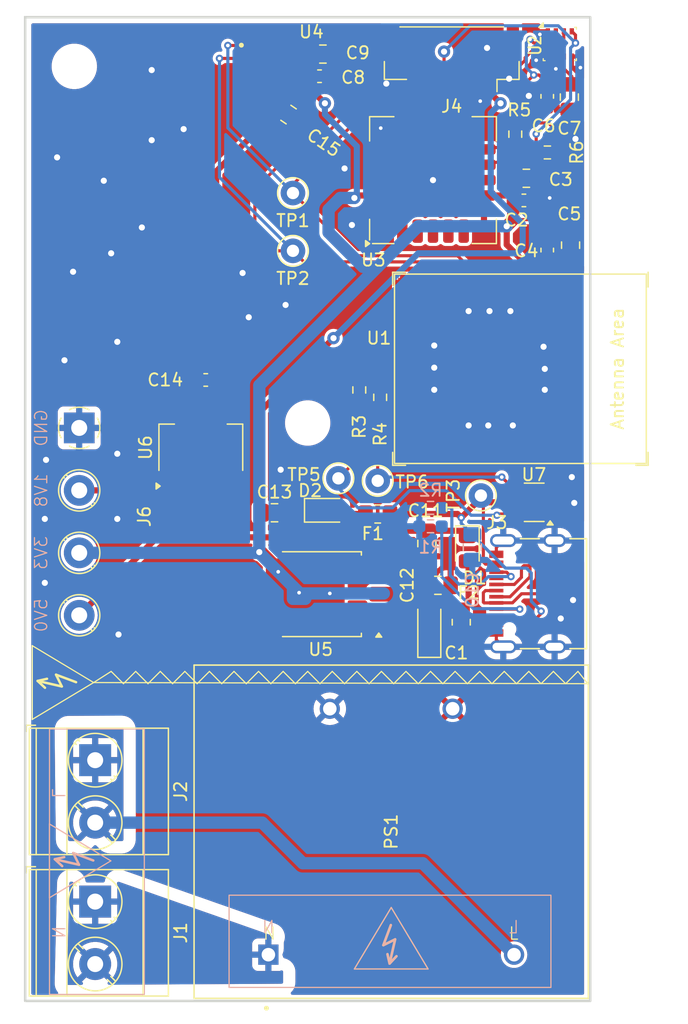
<source format=kicad_pcb>
(kicad_pcb (version 20240108) (generator "pcbnew") (generator_version "8.0")
  (title_block (title "Environmental Sensing Module") (date "2025-02-09") (rev "A") (company "Theofil Eriksson Petrovski"))
  (layers (0 "F.Cu" signal) (31 "B.Cu" signal) (34 "B.Paste" user) (35 "F.Paste" user) (36 "B.SilkS" user "B.Silkscreen") (37 "F.SilkS" user "F.Silkscreen") (38 "B.Mask" user) (39 "F.Mask" user) (44 "Edge.Cuts" user))
  (net 0 "")
  (net 1 "AC_N")
  (net 2 "AC_L")
  (net 4 "Net-(R3-Pad1)")
  (net 5 "Net-(R4-Pad1)")
  (net 36 "+3V3")
  (net 37 "GND")
  (net 38 "Net-(J3-CC1)")
  (net 39 "Net-(J3-CC2)")
  (net 40 "Net-(J3-DN1)")
  (net 41 "/USB_D-")
  (net 42 "/USB_D+")
  (net 43 "Net-(J3-DP1)")
  (net 44 "/SCL")
  (net 45 "/SDA")
  (net 48 "VBUS")
  (net 55 "VSUPPLY")
  (net 56 "+5V")
  (net 57 "+1V8")
  (net 58 "/Fuse_VSUPPLY")
  (net 59 "/Fuse_VBUS")
  (net 61 "Net-(J4-Pin_6)")
  (footprint "Package_TO_SOT_SMD:SOT-223-3_TabPin2" (layer "F.Cu") (at 134.3 115 90)
    (property "Reference" "U6")
    (property "Value" "1V8 Reg")
  )
  (footprint "Connector_Pin:Pin_D1.0mm_L10.0mm" (layer "F.Cu") (at 141.8 94.3)
    (property "Reference" "TP1")
    (property "Value" "~")
  )
  (footprint "Package_TO_SOT_SMD:TO-252-3_TabPin2" (layer "F.Cu") (at 144.06 126.92 180)
    (property "Reference" "U5")
    (property "Value" "3V3 Reg")
  )
  (footprint "Resistor_SMD:R_0805_2012Metric_Pad1.20x1.40mm_HandSolder" (layer "F.Cu") (at 155.5 129.2 90)
    (property "Reference" "F2")
    (property "Value" "Polyfuse")
  )
  (footprint "Resistor_SMD:R_0603_1608Metric_Pad0.98x0.95mm_HandSolder" (layer "F.Cu") (at 147.2 110.3125 90)
    (property "Reference" "R3")
    (property "Value" "22Ω")
  )
  (footprint "Connector_JST:JST_GH_SM06B-GHS-TB_1x06-1MP_P1.25mm_Horizontal" (layer "F.Cu") (at 154.725 83.35 180)
    (property "Reference" "J4")
    (property "Value" "SM06B-GHS-TB")
  )
  (footprint "Connector_Pin:Pin_D1.0mm_L10.0mm" (layer "F.Cu") (at 141.8 99)
    (property "Reference" "TP2")
    (property "Value" "~")
  )
  (footprint "TerminalBlock_Phoenix:TerminalBlock_Phoenix_MKDS-3-2-5.08_1x02_P5.08mm_Horizontal" (layer "F.Cu") (at 125.7 151.92 -90)
    (property "Reference" "J1")
    (property "Value" "Screw_Terminal")
  )
  (footprint "Resistor_SMD:R_0603_1608Metric_Pad0.98x0.95mm_HandSolder" (layer "F.Cu") (at 148.9 110.9125 90)
    (property "Reference" "R4")
    (property "Value" "22Ω")
  )
  (footprint "Capacitor_Tantalum_SMD:CP_EIA-3216-12_Kemet-S" (layer "F.Cu") (at 152.9 129.75 90)
    (property "Reference" "C1")
    (property "Value" "100µF")
  )
  (footprint "Capacitor_SMD:C_0805_2012Metric_Pad1.18x1.45mm_HandSolder" (layer "F.Cu") (at 141.439873 87.919838 -34)
    (property "Reference" "C15")
    (property "Value" "10µF")
  )
  (footprint "Capacitor_SMD:C_0603_1608Metric_Pad1.08x0.95mm_HandSolder" (layer "F.Cu") (at 134.7 109.5 180)
    (property "Reference" "C14")
    (property "Value" "0.1µF")
  )
  (footprint "TerminalBlock_MetzConnect:TerminalBlock_MetzConnect_Type101_RT01604HBWC_1x04_P5.08mm_Horizontal" (layer "F.Cu") (at 124.4 113.4 -90)
    (property "Reference" "J6")
    (property "Value" "Screw_Terminal_01x04")
  )
  (footprint "Resistor_SMD:R_0805_2012Metric_Pad1.20x1.40mm_HandSolder" (layer "F.Cu") (at 148.7 120.4 180)
    (property "Reference" "F1")
    (property "Value" "Polyfuse")
  )
  (footprint "Capacitor_SMD:C_0805_2012Metric_Pad1.18x1.45mm_HandSolder" (layer "F.Cu") (at 164.4 98.5375 90)
    (property "Reference" "C5")
    (property "Value" "10µF")
  )
  (footprint "Diode_SMD:D_0805_2012Metric_Pad1.15x1.40mm_HandSolder" (layer "F.Cu") (at 156 123.225 -90)
    (property "Reference" "D1")
    (property "Value" "~")
  )
  (footprint "Diode_SMD:D_0805_2012Metric_Pad1.15x1.40mm_HandSolder" (layer "F.Cu") (at 144.6 120.1)
    (property "Reference" "D2")
    (property "Value" "~")
  )
  (footprint "TerminalBlock_Phoenix:TerminalBlock_Phoenix_MKDS-3-2-5.08_1x02_P5.08mm_Horizontal" (layer "F.Cu") (at 125.7 140.42 -90)
    (property "Reference" "J2")
    (property "Value" "Screw_Terminal" (hide yes))
  )
  (footprint "Resistor_SMD:R_0603_1608Metric_Pad0.98x0.95mm_HandSolder" (layer "F.Cu") (at 162.5125 91 180)
    (property "Reference" "R6")
    (property "Value" "4.7kΩ")
  )
  (footprint "USBC_2 Amphenol 10155435-00011LF:AMPHENOL_10155435-00011LF" (layer "F.Cu") (at 163.1 126.88 90)
    (property "Reference" "J3")
    (property "Value" "USB-C Conn")
  )
  (footprint "PCM_Espressif:ESP32-S3-MINI-1" (layer "F.Cu") (at 157.765024 108.590956 -90)
    (property "Reference" "U1")
    (property "Value" "ESP32-S3-MINI-1")
  )
  (footprint "Capacitor_SMD:C_0805_2012Metric_Pad1.18x1.45mm_HandSolder" (layer "F.Cu") (at 153.6 126.2)
    (property "Reference" "C12")
    (property "Value" "1µF")
  )
  (footprint "Library_Theo:SEN54" (layer "F.Cu") (at 120 80)
    (property "Reference" "REF**" (hide yes))
    (property "Value" "SEN54" (hide yes))
  )
  (footprint "Capacitor_SMD:C_0805_2012Metric_Pad1.18x1.45mm_HandSolder" (layer "F.Cu") (at 152.7 122.8 -90)
    (property "Reference" "C11")
    (property "Value" "10µF")
  )
  (footprint "Connector_Pin:Pin_D1.0mm_L10.0mm" (layer "F.Cu") (at 145.5 117.5 90)
    (property "Reference" "TP5")
    (property "Value" "~")
  )
  (footprint "Resistor_SMD:R_0603_1608Metric_Pad0.98x0.95mm_HandSolder" (layer "F.Cu") (at 159.9 89.5125 -90)
    (property "Reference" "R5")
    (property "Value" "4.7kΩ")
  )
  (footprint "MountingHole:MountingHole_3.2mm_M3" (layer "F.Cu") (at 143 113)
    (property "Reference" "MH2" (hide yes))
    (property "Value" "MountingHole")
  )
  (footprint "Capacitor_SMD:C_0805_2012Metric_Pad1.18x1.45mm_HandSolder" (layer "F.Cu") (at 144.2375 83)
    (property "Reference" "C9")
    (property "Value" "1µF")
  )
  (footprint "Capacitor_SMD:C_0603_1608Metric_Pad1.08x0.95mm_HandSolder" (layer "F.Cu") (at 143.9625 84.8)
    (property "Reference" "C8")
    (property "Value" "0.1µF")
  )
  (footprint "Capacitor_SMD:C_0603_1608Metric_Pad1.08x0.95mm_HandSolder" (layer "F.Cu") (at 162.5 86.4375 -90)
    (property "Reference" "C6")
    (property "Value" "0.1µF")
  )
  (footprint "Connector_Pin:Pin_D1.0mm_L10.0mm" (layer "F.Cu") (at 157.1 118.9 -90)
    (property "Reference" "TP3")
    (property "Value" "~")
  )
  (footprint "Capacitor_SMD:C_0603_1608Metric_Pad1.08x0.95mm_HandSolder" (layer "F.Cu") (at 160.6 94.9)
    (property "Reference" "C2")
    (property "Value" "0.1µF")
  )
  (footprint "Package_TO_SOT_SMD:SOT-23-6" (layer "F.Cu") (at 161.4375 119.45 180)
    (property "Reference" "U7")
    (property "Value" "ESD Suppresion")
  )
  (footprint "RAC05E_05SKT:CONV_RAC05E-05SKT" (layer "F.Cu") (at 149.8 146.237 90)
    (property "Reference" "PS1")
    (property "Value" "RAC05E-05SKT")
  )
  (footprint "Package_LGA:Bosch_LGA-8_2.5x2.5mm_P0.65mm_ClockwisePinNumbering" (layer "F.Cu") (at 163.525 82.175)
    (property "Reference" "U2")
    (property "Value" "BME280")
  )
  (footprint "Capacitor_SMD:C_0805_2012Metric_Pad1.18x1.45mm_HandSolder" (layer "F.Cu") (at 140.3 120.3)
    (property "Reference" "C13")
    (property "Value" "1µF")
  )
  (footprint "Sensor:Sensirion_SCD4x-1EP_10.1x10.1mm_P1.25mm_EP4.8x4.8mm" (layer "F.Cu") (at 153.2 93.25 90)
    (property "Reference" "U3")
    (property "Value" "SCD41-D-R2")
  )
  (footprint "Connector_Pin:Pin_D1.0mm_L10.0mm" (layer "F.Cu") (at 148.7 117.7)
    (property "Reference" "TP6")
    (property "Value" "~")
  )
  (footprint "Capacitor_SMD:C_0603_1608Metric_Pad1.08x0.95mm_HandSolder" (layer "F.Cu") (at 162.5 98.9375 90)
    (property "Reference" "C4")
    (property "Value" "0.1µF")
  )
  (footprint "MountingHole:MountingHole_3.2mm_M3" (layer "F.Cu") (at 124 84)
    (property "Reference" "MH1" (hide yes))
    (property "Value" "MountingHole")
  )
  (footprint "Capacitor_SMD:C_0805_2012Metric_Pad1.18x1.45mm_HandSolder" (layer "F.Cu") (at 160.8 93.1)
    (property "Reference" "C3")
    (property "Value" "1µF")
  )
  (footprint "ENS160_BGLM:XDCR_ENS160-BGLM" (layer "F.Cu") (at 139.75 83.35)
    (property "Reference" "U4")
    (property "Value" "ENS160-BGLM")
  )
  (footprint "Capacitor_SMD:C_0805_2012Metric_Pad1.18x1.45mm_HandSolder" (layer "F.Cu") (at 164.3 86.5 -90)
    (property "Reference" "C7")
    (property "Value" "1µF")
  )
  (footprint "Capacitor_SMD:C_0805_2012Metric_Pad1.18x1.45mm_HandSolder" (layer "B.Cu") (at 156.4 123.1 -90)
    (property "Reference" "C10")
    (property "Value" "1µF")
  )
  (footprint "Resistor_SMD:R_0603_1608Metric_Pad0.98x0.95mm_HandSolder" (layer "B.Cu") (at 153 119.9 180)
    (property "Reference" "R2")
    (property "Value" "5.1kΩ")
  )
  (footprint "Resistor_SMD:R_0603_1608Metric_Pad0.98x0.95mm_HandSolder" (layer "B.Cu") (at 153 121.4 180)
    (property "Reference" "R1")
    (property "Value" "5.1kΩ")
  )
  (gr_line (start 122.414949 148.474574) (end 123.180258 148.300296) (stroke (width 0.2)) (layer "B.SilkS"))
  (gr_line (start 123.911469 147.966894) (end 124.385051 148.925425) (stroke (width 0.2)) (layer "B.SilkS"))
  (gr_line (start 124.385051 148.925425) (end 122.414949 148.474574) (stroke (width 0.2)) (layer "B.SilkS"))
  (gr_line (start 126.97567 148.607178) (end 121.97567 145.607178) (stroke (width 0.1)) (layer "B.SilkS"))
  (gr_line (start 149.667396 156.960721) (end 150.226121 156.360528) (stroke (width 0.2)) (layer "B.SilkS"))
  (gr_rect (start 136.6 151.4) (end 162.8 158.9) (stroke (width 0.1)) (fill none) (layer "B.SilkS"))
  (gr_line (start 122.414949 148.474574) (end 123.015142 149.033299) (stroke (width 0.2)) (layer "B.SilkS"))
  (gr_line (start 149.8 152.4) (end 146.8 157.4) (stroke (width 0.1)) (layer "B.SilkS"))
  (gr_line (start 149.76969 153.83129) (end 149.159716 155.464201) (stroke (width 0.2)) (layer "B.SilkS"))
  (gr_line (start 125.54438 148.576868) (end 123.911469 147.966894) (stroke (width 0.2)) (layer "B.SilkS"))
  (gr_rect (start 121.982432 137.88) (end 129.7 159.469743) (stroke (width 0.1)) (fill none) (layer "B.SilkS"))
  (gr_line (start 152.8 157.4) (end 149.8 152.4) (stroke (width 0.1)) (layer "B.SilkS"))
  (gr_line (start 121.97567 145.607178) (end 121.97567 151.607178) (stroke (width 0.1)) (layer "B.SilkS"))
  (gr_line (start 121.97567 151.607178) (end 126.97567 148.607178) (stroke (width 0.1)) (layer "B.SilkS"))
  (gr_line (start 150.118247 154.990619) (end 149.667396 156.960721) (stroke (width 0.2)) (layer "B.SilkS"))
  (gr_line (start 146.8 157.4) (end 152.8 157.4) (stroke (width 0.1)) (layer "B.SilkS"))
  (gr_line (start 149.667396 156.960721) (end 149.493118 156.195412) (stroke (width 0.2)) (layer "B.SilkS"))
  (gr_line (start 149.159716 155.464201) (end 150.118247 154.990619) (stroke (width 0.2)) (layer "B.SilkS"))
  (gr_line (start 160 134.2) (end 159 133.2) (stroke (width 0.1)) (layer "F.SilkS"))
  (gr_line (start 151 133.2) (end 150 134.2) (stroke (width 0.1)) (layer "F.SilkS"))
  (gr_line (start 147 133.2) (end 146 134.2) (stroke (width 0.1)) (layer "F.SilkS"))
  (gr_line (start 134 134.2) (end 133 133.2) (stroke (width 0.1)) (layer "F.SilkS"))
  (gr_line (start 127 133.2) (end 125.57567 134.107178) (stroke (width 0.1)) (layer "F.SilkS"))
  (gr_line (start 129 133.2) (end 128 134.2) (stroke (width 0.1)) (layer "F.SilkS"))
  (gr_line (start 163 133.2) (end 162 134.2) (stroke (width 0.1)) (layer "F.SilkS"))
  (gr_line (start 149.76969 153.83129) (end 149.159716 155.464201) (stroke (width 0.2)) (layer "F.SilkS"))
  (gr_line (start 154 134.2) (end 153 133.2) (stroke (width 0.1)) (layer "F.SilkS"))
  (gr_line (start 139 133.2) (end 138 134.2) (stroke (width 0.1)) (layer "F.SilkS"))
  (gr_line (start 131 133.2) (end 130 134.2) (stroke (width 0.1)) (layer "F.SilkS"))
  (gr_line (start 137 133.2) (end 136 134.2) (stroke (width 0.1)) (layer "F.SilkS"))
  (gr_line (start 162 134.2) (end 161 133.2) (stroke (width 0.1)) (layer "F.SilkS"))
  (gr_line (start 165.8 134.2) (end 125.57567 134.107178) (stroke (width 0.1)) (layer "F.SilkS"))
  (gr_line (start 121.014949 133.974574) (end 121.780258 133.800296) (stroke (width 0.2)) (layer "F.SilkS"))
  (gr_line (start 145 133.2) (end 144 134.2) (stroke (width 0.1)) (layer "F.SilkS"))
  (gr_line (start 153 133.2) (end 152 134.2) (stroke (width 0.1)) (layer "F.SilkS"))
  (gr_line (start 150.118247 154.990619) (end 149.667396 156.960721) (stroke (width 0.2)) (layer "F.SilkS"))
  (gr_line (start 158 134.2) (end 157 133.2) (stroke (width 0.1)) (layer "F.SilkS"))
  (gr_line (start 156 134.2) (end 155 133.2) (stroke (width 0.1)) (layer "F.SilkS"))
  (gr_line (start 144 134.2) (end 143 133.2) (stroke (width 0.1)) (layer "F.SilkS"))
  (gr_line (start 141 133.2) (end 140 134.2) (stroke (width 0.1)) (layer "F.SilkS"))
  (gr_line (start 161 133.2) (end 160 134.2) (stroke (width 0.1)) (layer "F.SilkS"))
  (gr_line (start 124.14438 134.076868) (end 122.511469 133.466894) (stroke (width 0.2)) (layer "F.SilkS"))
  (gr_line (start 120.57567 131.107178) (end 120.57567 137.107178) (stroke (width 0.1)) (layer "F.SilkS"))
  (gr_line (start 130 134.2) (end 129 133.2) (stroke (width 0.1)) (layer "F.SilkS"))
  (gr_line (start 149.667396 156.960721) (end 150.226121 156.360528) (stroke (width 0.2)) (layer "F.SilkS"))
  (gr_line (start 138 134.2) (end 137 133.2) (stroke (width 0.1)) (layer "F.SilkS"))
  (gr_line (start 125.57567 134.107178) (end 120.57567 131.107178) (stroke (width 0.1)) (layer "F.SilkS"))
  (gr_line (start 152.8 157.4) (end 149.8 152.4) (stroke (width 0.1)) (layer "F.SilkS"))
  (gr_line (start 157 133.2) (end 156 134.2) (stroke (width 0.1)) (layer "F.SilkS"))
  (gr_line (start 121.014949 133.974574) (end 121.615142 134.533299) (stroke (width 0.2)) (layer "F.SilkS"))
  (gr_line (start 135 133.2) (end 134 134.2) (stroke (width 0.1)) (layer "F.SilkS"))
  (gr_line (start 142 134.2) (end 141 133.2) (stroke (width 0.1)) (layer "F.SilkS"))
  (gr_line (start 140 134.2) (end 139 133.2) (stroke (width 0.1)) (layer "F.SilkS"))
  (gr_line (start 149.159716 155.464201) (end 150.118247 154.990619) (stroke (width 0.2)) (layer "F.SilkS"))
  (gr_line (start 165 133.2) (end 164 134.2) (stroke (width 0.1)) (layer "F.SilkS"))
  (gr_line (start 122.511469 133.466894) (end 122.985051 134.425425) (stroke (width 0.2)) (layer "F.SilkS"))
  (gr_line (start 152 134.2) (end 151 133.2) (stroke (width 0.1)) (layer "F.SilkS"))
  (gr_line (start 143 133.2) (end 142 134.2) (stroke (width 0.1)) (layer "F.SilkS"))
  (gr_line (start 136 134.2) (end 135 133.2) (stroke (width 0.1)) (layer "F.SilkS"))
  (gr_line (start 133 133.2) (end 132 134.2) (stroke (width 0.1)) (layer "F.SilkS"))
  (gr_line (start 120.57567 137.107178) (end 125.57567 134.107178) (stroke (width 0.1)) (layer "F.SilkS"))
  (gr_line (start 149.667396 156.960721) (end 149.493118 156.195412) (stroke (width 0.2)) (layer "F.SilkS"))
  (gr_line (start 148 134.2) (end 147 133.2) (stroke (width 0.1)) (layer "F.SilkS"))
  (gr_line (start 165.8 134.2) (end 165 133.2) (stroke (width 0.1)) (layer "F.SilkS"))
  (gr_line (start 159 133.2) (end 158 134.2) (stroke (width 0.1)) (layer "F.SilkS"))
  (gr_line (start 164 134.2) (end 163 133.2) (stroke (width 0.1)) (layer "F.SilkS"))
  (gr_line (start 149.8 152.4) (end 146.8 157.4) (stroke (width 0.1)) (layer "F.SilkS"))
  (gr_line (start 132 134.2) (end 131 133.2) (stroke (width 0.1)) (layer "F.SilkS"))
  (gr_line (start 155 133.2) (end 154 134.2) (stroke (width 0.1)) (layer "F.SilkS"))
  (gr_line (start 150 134.2) (end 149 133.2) (stroke (width 0.1)) (layer "F.SilkS"))
  (gr_line (start 146 134.2) (end 145 133.2) (stroke (width 0.1)) (layer "F.SilkS"))
  (gr_line (start 128 134.2) (end 127 133.2) (stroke (width 0.1)) (layer "F.SilkS"))
  (gr_line (start 146.8 157.4) (end 152.8 157.4) (stroke (width 0.1)) (layer "F.SilkS"))
  (gr_line (start 149 133.2) (end 148 134.2) (stroke (width 0.1)) (layer "F.SilkS"))
  (gr_line (start 122.985051 134.425425) (end 121.014949 133.974574) (stroke (width 0.2)) (layer "F.SilkS"))
  (gr_rect (start 120 80) (end 166 160) (stroke (width 0.2)) (fill none) (layer "Edge.Cuts"))
  (gr_text "5V0" (at 121.3 128.64 90) (layer "B.SilkS") (effects (font (size 1 1) (thickness 0.1)) (justify mirror)))
  (gr_text "L" (at 159.8 154 0) (layer "B.SilkS") (effects (font (size 1 1) (thickness 0.1)) (justify mirror)))
  (gr_text "N" (at 122.1 155 -90) (layer "B.SilkS") (effects (font (size 1 1) (thickness 0.1)) (justify left bottom mirror)))
  (gr_text "1V8" (at 121.3 118.48 90) (layer "B.SilkS") (effects (font (size 1 1) (thickness 0.1)) (justify mirror)))
  (gr_text "N" (at 139.8 154 0) (layer "B.SilkS") (effects (font (size 1 1) (thickness 0.1)) (justify mirror)))
  (gr_text "GND" (at 121.3 113.4 90) (layer "B.SilkS") (effects (font (size 1 1) (thickness 0.1)) (justify mirror)))
  (gr_text "L" (at 122.1 143.6 -90) (layer "B.SilkS") (effects (font (size 1 1) (thickness 0.1)) (justify left bottom mirror)))
  (gr_text "3V3" (at 121.3 123.56 90) (layer "B.SilkS") (effects (font (size 1 1) (thickness 0.1)) (justify mirror)))
  (gr_text "N" (at 139.3 155.1 0) (layer "F.SilkS") (effects (font (size 1 1) (thickness 0.1)) (justify left bottom)))
  (gr_text "L" (at 159.3 155.1 0) (layer "F.SilkS") (effects (font (size 1 1) (thickness 0.1)) (justify left bottom)))
  (segment (start 152.363 148.8) (end 159.8 156.237) (width 1) (layer "B.Cu") (net 2))
  (segment (start 142.6 148.8) (end 152.363 148.8) (width 1) (layer "B.Cu") (net 2))
  (segment (start 125.7 145.5) (end 139.3 145.5) (width 1) (layer "B.Cu") (net 2))
  (segment (start 139.3 145.5) (end 142.6 148.8) (width 1) (layer "B.Cu") (net 2))
  (segment (start 147.2 115.8) (end 147.2 111.225) (width 0.254) (layer "F.Cu") (net 4))
  (segment (start 145.5 117.5) (end 147.2 115.8) (width 0.254) (layer "F.Cu") (net 4))
  (segment (start 160.3 120.4) (end 158.5 120.4) (width 0.254) (layer "F.Cu") (net 4))
  (segment (start 158.5 120.4) (end 158.4 120.5) (width 0.254) (layer "F.Cu") (net 4))
  (via (at 158.4 120.5) (size 0.6) (drill 0.3) (layers "F.Cu" "B.Cu") (net 4))
  (segment (start 156.3 120.5) (end 154.3 118.5) (width 0.254) (layer "B.Cu") (net 4))
  (segment (start 147.1 119.9) (end 145.5 118.3) (width 0.254) (layer "B.Cu") (net 4))
  (segment (start 158.4 120.5) (end 156.3 120.5) (width 0.254) (layer "B.Cu") (net 4))
  (segment (start 149.9 119.9) (end 147.1 119.9) (width 0.254) (layer "B.Cu") (net 4))
  (segment (start 145.5 118.3) (end 145.5 117.5) (width 0.254) (layer "B.Cu") (net 4))
  (segment (start 154.3 118.5) (end 151.3 118.5) (width 0.254) (layer "B.Cu") (net 4))
  (segment (start 151.3 118.5) (end 149.9 119.9) (width 0.254) (layer "B.Cu") (net 4))
  (segment (start 160.3 118.5) (end 159.9 118.5) (width 0.254) (layer "F.Cu") (net 5))
  (segment (start 148.9 115.8) (end 148.9 111.825) (width 0.254) (layer "F.Cu") (net 5))
  (segment (start 148.7 117.7) (end 148.7 116) (width 0.254) (layer "F.Cu") (net 5))
  (segment (start 159.9 118.5) (end 158.8 117.4) (width 0.254) (layer "F.Cu") (net 5))
  (segment (start 148.7 116) (end 148.9 115.8) (width 0.254) (layer "F.Cu") (net 5))
  (via (at 158.8 117.4) (size 0.6) (drill 0.3) (layers "F.Cu" "B.Cu") (net 5))
  (segment (start 158.8 117.4) (end 149 117.4) (width 0.254) (layer "B.Cu") (net 5))
  (segment (start 149 117.4) (end 148.7 117.7) (width 0.254) (layer "B.Cu") (net 5))
  (segment (start 163.85 84.175) (end 163.85 83.2) (width 0.254) (layer "F.Cu") (net 36))
  (segment (start 161.4 84.7) (end 159.9 86.2) (width 0.254) (layer "F.Cu") (net 36))
  (segment (start 143.1 84.8) (end 143.1 85.7) (width 0.5) (layer "F.Cu") (net 36))
  (segment (start 163.425 91) (end 163.425 95.075) (width 0.254) (layer "F.Cu") (net 36))
  (segment (start 159.2 98.5) (end 160.6 99.9) (width 0.5) (layer "F.Cu") (net 36))
  (segment (start 163.2 81.6) (end 162.7 82.1) (width 0.254) (layer "F.Cu") (net 36))
  (segment (start 159.3375 94.5) (end 159.7375 94.9) (width 0.5) (layer "F.Cu") (net 36))
  (segment (start 159.9 86.2) (end 159.9 88.6) (width 0.254) (layer "F.Cu") (net 36))
  (segment (start 162.5 99.8) (end 162 100.3) (width 0.5) (layer "F.Cu") (net 36))
  (segment (start 147 94.5) (end 149.05 94.5) (width 0.5) (layer "F.Cu") (net 36))
  (segment (start 162.7 85.575) (end 162.875 85.4) (width 0.254) (layer "F.Cu") (net 36))
  (segment (start 157.35 94.5) (end 159.3375 94.5) (width 0.5) (layer "F.Cu") (net 36))
  (segment (start 159.7625 93.1) (end 159.7625 94.875) (width 0.5) (layer "F.Cu") (net 36))
  (segment (start 162.55 85.425) (end 162.7 85.575) (width 0.254) (layer "F.Cu") (net 36))
  (segment (start 139.23 123.5) (end 141.125 125.395) (width 1) (layer "F.Cu") (net 36))
  (segment (start 164.2625 85.4) (end 164.5 85.1625) (width 0.254) (layer "F.Cu") (net 36))
  (segment (start 162.5 99.8) (end 164.175 99.8) (width 0.5) (layer "F.Cu") (net 36))
  (segment (start 163.425 91) (end 163.425 89.425) (width 0.254) (layer "F.Cu") (net 36))
  (segment (start 161.825 84.7) (end 162.7 85.575) (width 0.254) (layer "F.Cu") (net 36))
  (segment (start 143.1 85.7) (end 144.4 87) (width 0.5) (layer "F.Cu") (net 36))
  (segment (start 163.425 95.075) (end 162.05 96.45) (width 0.254) (layer "F.Cu") (net 36))
  (segment (start 149.2 126.86) (end 150.44 126.86) (width 0.5) (layer "F.Cu") (net 36))
  (segment (start 162.7 82.1) (end 161.4 82.1) (width 0.254) (layer "F.Cu") (net 36))
  (segment (start 162.55 83.2) (end 162.55 85.425) (width 0.254) (layer "F.Cu") (net 36))
  (segment (start 162.05 96.45) (end 162.0625 96.4625) (width 0.254) (layer "F.Cu") (net 36))
  (segment (start 164.5 84.825) (end 163.85 84.175) (width 0.254) (layer "F.Cu") (net 36))
  (segment (start 159.2 97) (end 159.7375 96.4625) (width 1) (layer "F.Cu") (net 36))
  (segment (start 161.4 84.7) (end 161.825 84.7) (width 0.254) (layer "F.Cu") (net 36))
  (segment (start 163.2 81.15) (end 163.2 81.6) (width 0.254) (layer "F.Cu") (net 36))
  (segment (start 162.875 85.4) (end 164.2625 85.4) (width 0.254) (layer "F.Cu") (net 36))
  (segment (start 161.4 82.1) (end 161.1 81.8) (width 0.254) (layer "F.Cu") (net 36))
  (segment (start 163.425 89.425) (end 162.6 88.6) (width 0.254) (layer "F.Cu") (net 36))
  (segment (start 159.7375 96.4625) (end 159.7375 94.9) (width 1) (layer "F.Cu") (net 36))
  (segment (start 162.4 99.9) (end 162.5 99.8) (width 0.5) (layer "F.Cu") (net 36))
  (segment (start 149.1 126.92) (end 142.8 126.92) (width 0.5) (layer "F.Cu") (net 36))
  (segment (start 160.6 99.9) (end 162.4 99.9) (width 0.5) (layer "F.Cu") (net 36))
  (segment (start 162.6 88.6) (end 159.9 88.6) (width 0.254) (layer "F.Cu") (net 36))
  (segment (start 159.7625 94.875) (end 159.7375 94.9) (width 0.5) (layer "F.Cu") (net 36))
  (segment (start 164.125 85.2) (end 164.5 84.825) (width 0.254) (layer "F.Cu") (net 36))
  (segment (start 162 100.3) (end 162 101.6) (width 0.4) (layer "F.Cu") (net 36))
  (segment (start 150.9 126.4) (end 152.3625 126.4) (width 0.5) (layer "F.Cu") (net 36))
  (segment (start 162.0625 96.4625) (end 159.7375 96.4625) (width 0.254) (layer "F.Cu") (net 36))
  (segment (start 146.8 94.7) (end 147 94.5) (width 0.5) (layer "F.Cu") (net 36))
  (segment (start 159.2 97) (end 159.2 98.5) (width 0.5) (layer "F.Cu") (net 36))
  (segment (start 150.44 126.86) (end 150.9 126.4) (width 0.5) (layer "F.Cu") (net 36))
  (segment (start 139.06 123.5) (end 139.23 123.5) (width 1) (layer "F.Cu") (net 36))
  (segment (start 152.3625 126.4) (end 152.5625 126.2) (width 0.5) (layer "F.Cu") (net 36))
  (segment (start 164.175 99.8) (end 164.4 99.575) (width 0.5) (layer "F.Cu") (net 36))
  (via (at 140.6 125.1) (size 0.6) (drill 0.3) (layers "F.Cu" "B.Cu") (net 36))
  (via (at 159.2 97) (size 1) (drill 0.5) (layers "F.Cu" "B.Cu") (net 36))
  (via (at 139.06 123.5) (size 1) (drill 0.5) (layers "F.Cu" "B.Cu") (net 36))
  (via (at 161.4 84.7) (size 0.6) (drill 0.3) (layers "F.Cu" "B.Cu") (net 36))
  (via (at 161.1 81.8) (size 0.6) (drill 0.3) (layers "F.Cu" "B.Cu") (net 36))
  (via (at 144.8 126.86) (size 0.6) (drill 0.3) (layers "F.Cu" "B.Cu") (net 36))
  (via (at 146.8 94.7) (size 1) (drill 0.5) (layers "F.Cu" "B.Cu") (net 36))
  (via (at 144.4 87) (size 1) (drill 0.5) (layers "F.Cu" "B.Cu") (net 36))
  (via (at 142.3 126.8) (size 0.6) (drill 0.3) (layers "F.Cu" "B.Cu") (net 36))
  (segment (start 124.4 123.56) (end 139.06 123.56) (width 1) (layer "B.Cu") (net 36))
  (segment (start 144.7 97.5) (end 147.5 100.3) (width 1) (layer "B.Cu") (net 36))
  (segment (start 142.3 126.8) (end 142.8 127.3) (width 1) (layer "B.Cu") (net 36))
  (segment (start 152 97) (end 159.2 97) (width 1) (layer "B.Cu") (net 36))
  (segment (start 144.4 87) (end 144.4 87.9) (width 0.5) (layer "B.Cu") (net 36))
  (segment (start 139.06 123.56) (end 140.6 125.1) (width 1) (layer "B.Cu") (net 36))
  (segment (start 161.4 84.7) (end 160.8 84.1) (width 0.254) (layer "B.Cu") (net 36))
  (segment (start 160.8 84.1) (end 160.8 82.1) (width 0.254) (layer "B.Cu") (net 36))
  (segment (start 147.5 100.3) (end 148.7 100.3) (width 1) (layer "B.Cu") (net 36))
  (segment (start 147 94.5) (end 146.8 94.7) (width 0.5) (layer "B.Cu") (net 36))
  (segment (start 146.8 94.7) (end 145.644695 94.7) (width 1) (layer "B.Cu") (net 36))
  (segment (start 140.6 125.1) (end 142.3 126.8) (width 1) (layer "B.Cu") (net 36))
  (segment (start 142.36 126.86) (end 144.8 126.86) (width 1) (layer "B.Cu") (net 36))
  (segment (start 147 90.5) (end 147 94.5) (width 0.5) (layer "B.Cu") (net 36))
  (segment (start 145.644695 94.7) (end 144.7 95.644695) (width 1) (layer "B.Cu") (net 36))
  (segment (start 144.7 95.644695) (end 144.7 97.5) (width 1) (layer "B.Cu") (net 36))
  (segment (start 160.8 82.1) (end 161.1 81.8) (width 0.254) (layer "B.Cu") (net 36))
  (segment (start 139.06 109.94) (end 139.06 123.5) (width 1) (layer "B.Cu") (net 36))
  (segment (start 141.8 126.3) (end 142.36 126.86) (width 1) (layer "B.Cu") (net 36))
  (segment (start 144.4 87.9) (end 147 90.5) (width 0.5) (layer "B.Cu") (net 36))
  (segment (start 148.7 100.3) (end 139.06 109.94) (width 1) (layer "B.Cu") (net 36))
  (segment (start 144.8 126.86) (end 149.2 126.86) (width 1) (layer "B.Cu") (net 36))
  (segment (start 139.06 123.5) (end 139.06 123.56) (width 1) (layer "B.Cu") (net 36))
  (segment (start 142.8 127.3) (end 141.8 127.3) (width 1) (layer "B.Cu") (net 36))
  (segment (start 141.8 127.3) (end 141.8 126.3) (width 1) (layer "B.Cu") (net 36))
  (segment (start 148.7 100.3) (end 152 97) (width 1) (layer "B.Cu") (net 36))
  (segment (start 158.355 130.635) (end 158.92 131.2) (width 0.254) (layer "F.Cu") (net 37))
  (segment (start 158.355 123.125) (end 158.92 122.56) (width 0.254) (layer "F.Cu") (net 37))
  (segment (start 162.3 81.4) (end 161.9 81.4) (width 0.254) (layer "F.Cu") (net 37))
  (segment (start 162.55 81.15) (end 162.3 81.4) (width 0.254) (layer "F.Cu") (net 37))
  (segment (start 158.355 123.68) (end 158.355 123.125) (width 0.254) (layer "F.Cu") (net 37))
  (segment (start 152.9 128.4) (end 154.6375 126.6625) (width 0.254) (layer "F.Cu") (net 37))
  (segment (start 158.355 130.08) (end 158.355 130.635) (width 0.254) (layer "F.Cu") (net 37))
  (segment (start 161.4625 94.9) (end 161.7 94.6625) (width 0.5) (layer "F.Cu") (net 37))
  (segment (start 161.7 93.2375) (end 161.8375 93.1) (width 0.5) (layer "F.Cu") (net 37))
  (segment (start 161.7 94.6625) (end 161.7 93.2375) (width 0.5) (layer "F.Cu") (net 37))
  (segment (start 154.6375 126.6625) (end 154.6375 126.2) (width 0.254) (layer "F.Cu") (net 37))
  (segment (start 163.2 83.2) (end 163.2 84.2) (width 0.254) (layer "F.Cu") (net 37))
  (via (at 130.3 84.3) (size 1) (drill 0.5) (layers "F.Cu" "B.Cu") (net 37))
  (via (at 153.2 93.25) (size 1) (drill 0.5) (layers "F.Cu" "B.Cu") (net 37))
  (via (at 121.7 116) (size 1) (drill 0.5) (layers "F.Cu" "B.Cu") (net 37))
  (via (at 163.2 84.2) (size 0.6) (drill 0.3) (layers "F.Cu" "B.Cu") (net 37))
  (via (at 127.5 115.5) (size 1) (drill 0.5) (layers "F.Cu" "B.Cu") (net 37))
  (via (at 162.3 110.3) (size 1) (drill 0.5) (layers "F.Cu" "B.Cu") (net 37))
  (via (at 137.7 100.8) (size 1) (drill 0.5) (layers "F.Cu" "B.Cu") (net 37))
  (via (at 127.5 106.4) (size 1) (drill 0.5) (layers "F.Cu" "B.Cu") (net 37))
  (via (at 146.6 96.9) (size 1) (drill 0.5) (layers "F.Cu" "B.Cu") (net 37))
  (via (at 164.6 127.4) (size 1) (drill 0.5) (layers "F.Cu" "B.Cu") (net 37))
  (via (at 159.4 85) (size 1) (drill 0.5) (layers "F.Cu" "B.Cu") (net 37))
  (via (at 157.8 103.9) (size 1) (drill 0.5) (layers "F.Cu" "B.Cu") (net 37))
  (via (at 148.946561 89.020518) (size 0.6) (drill 0.3) (layers "F.Cu" "B.Cu") (net 37))
  (via (at 161.6 83.5) (size 0.6) (drill 0.3) (layers "F.Cu" "B.Cu") (net 37))
  (via (at 138.2 104.4) (size 1) (drill 0.5) (layers "F.Cu" "B.Cu") (net 37))
  (via (at 162.7 94.7) (size 0.6) (drill 0.3) (layers "F.Cu" "B.Cu") (net 37))
  (via (at 129.5 97.1) (size 1) (drill 0.5) (layers "F.Cu" "B.Cu") (net 37))
  (via (at 146 92.3) (size 1) (drill 0.5) (layers "F.Cu" "B.Cu") (net 37))
  (via (at 127 99.2) (size 1) (drill 0.5) (layers "F.Cu" "B.Cu") (net 37))
  (via (at 122.6 91.4) (size 1) (drill 0.5) (layers "F.Cu" "B.Cu") (net 37))
  (via (at 127.6 130.2) (size 1) (drill 0.5) (layers "F.Cu" "B.Cu") (net 37))
  (via (at 162.2 106.8) (size 1) (drill 0.5) (layers "F.Cu" "B.Cu") (net 37))
  (via (at 153.3 108.5) (size 1) (drill 0.5) (layers "F.Cu" "B.Cu") (net 37))
  (via (at 132.9 89.1) (size 1) (drill 0.5) (layers "F.Cu" "B.Cu") (net 37))
  (via (at 159.7 113.2) (size 1) (drill 0.5) (layers "F.Cu" "B.Cu") (net 37))
  (via (at 123.9 100.7) (size 1) (drill 0.5) (layers "F.Cu" "B.Cu") (net 37))
  (via (at 156.1 113.2) (size 1) (drill 0.5) (layers "F.Cu" "B.Cu") (net 37))
  (via (at 161.9 81.4) (size 0.6) (drill 0.3) (layers "F.Cu" "B.Cu") (net 37))
  (via (at 153.3 106.7) (size 1) (drill 0.5) (layers "F.Cu" "B.Cu") (net 37))
  (via (at 164.5 117.4) (size 1) (drill 0.5) (layers "F.Cu" "B.Cu") (net 37))
  (via (at 141.2 103.4) (size 1) (drill 0.5) (layers "F.Cu" "B.Cu") (net 37))
  (via (at 157.7 113.2) (size 1) (drill 0.5) (layers "F.Cu" "B.Cu") (net 37))
  (via (at 130.3 90) (size 1) (drill 0.5) (layers "F.Cu" "B.Cu") (net 37))
  (via (at 157.044975 86.826074) (size 0.6) (drill 0.3) (layers "F.Cu" "B.Cu") (net 37))
  (via (at 157 125.3) (size 0.6) (drill 0.3) (layers "F.Cu" "B.Cu") (net 37))
  (via (at 140.8 116.8) (size 1) (drill 0.5) (layers "F.Cu" "B.Cu") (net 37))
  (via (at 164.7 119.5) (size 1) (drill 0.5) (layers "F.Cu" "B.Cu") (net 37))
  (via (at 162.3 108.6) (size 1) (drill 0.5) (layers "F.Cu" "B.Cu") (net 37))
  (via (at 121.6 126) (size 1) (drill 0.5) (layers "F.Cu" "B.Cu") (net 37))
  (via (at 126.4 93.3) (size 1) (drill 0.5) (layers "F.Cu" "B.Cu") (net 37))
  (via (at 121.6 120.8) (size 1) (drill 0.5) (layers "F.Cu" "B.Cu") (net 37))
  (via (at 157.6 82.5) (size 1) (drill 0.5) (layers "F.Cu" "B.Cu") (net 37))
  (via (at 163.6 128.9) (size 1) (drill 0.5) (layers "F.Cu" "B.Cu") (net 37))
  (via (at 161 86.4) (size 1) (drill 0.5) (layers "F.Cu" "B.Cu") (net 37))
  (via (at 149.4 85.4) (size 1) (drill 0.5) (layers "F.Cu" "B.Cu") (net 37))
  (via (at 127.5 120.8) (size 1) (drill 0.5) (layers "F.Cu" "B.Cu") (net 37))
  (via (at 165.2 84.1) (size 0.6) (drill 0.3) (layers "F.Cu" "B.Cu") (net 37))
  (via (at 123.2 107.9) (size 1) (drill 0.5) (layers "F.Cu" "B.Cu") (net 37))
  (via (at 164.8 89.9) (size 1) (drill 0.5) (layers "F.Cu" "B.Cu") (net 37))
  (via (at 156.1 103.9) (size 1) (drill 0.5) (layers "F.Cu" "B.Cu") (net 37))
  (via (at 159.5 103.9) (size 1) (drill 0.5) (layers "F.Cu" "B.Cu") (net 37))
  (via (at 153.3 110.3) (size 1) (drill 0.5) (layers "F.Cu" "B.Cu") (net 37))
  (segment (start 158.355 128.13) (end 158.364006 128.139006) (width 0.254) (layer "F.Cu") (net 38))
  (segment (start 158.364006 128.139006) (end 160.263105 128.139006) (width 0.254) (layer "F.Cu") (net 38))
  (via (at 160.263105 128.139006) (size 0.6) (drill 0.3) (layers "F.Cu" "B.Cu") (net 38))
  (segment (start 153.9125 125.5125) (end 153.9125 121.4) (width 0.254) (layer "B.Cu") (net 38))
  (segment (start 160.263105 128.139006) (end 160.224099 128.1) (width 0.254) (layer "B.Cu") (net 38))
  (segment (start 160.224099 128.1) (end 156.5 128.1) (width 0.254) (layer "B.Cu") (net 38))
  (segment (start 156.5 128.1) (end 153.9125 125.5125) (width 0.254) (layer "B.Cu") (net 38))
  (segment (start 159.18833 125.13) (end 158.355 125.13) (width 0.254) (layer "F.Cu") (net 39))
  (segment (start 159.54859 125.49026) (end 159.18833 125.13) (width 0.254) (layer "F.Cu") (net 39))
  (via (at 159.54859 125.49026) (size 0.6) (drill 0.3) (layers "F.Cu" "B.Cu") (net 39))
  (segment (start 157.1 126.1) (end 155.3 126.1) (width 0.254) (layer "B.Cu") (net 39))
  (segment (start 159.54859 125.49026) (end 157.70974 125.49026) (width 0.254) (layer "B.Cu") (net 39))
  (segment (start 154.6 122.3) (end 154.735155 122.164845) (width 0.254) (layer "B.Cu") (net 39))
  (segment (start 154.735155 122.164845) (end 154.735155 120.017676) (width 0.254) (layer "B.Cu") (net 39))
  (segment (start 154.6 125.4) (end 154.6 122.3) (width 0.254) (layer "B.Cu") (net 39))
  (segment (start 154.617479 119.9) (end 153.9125 119.9) (width 0.254) (layer "B.Cu") (net 39))
  (segment (start 155.3 126.1) (end 154.6 125.4) (width 0.254) (layer "B.Cu") (net 39))
  (segment (start 154.735155 120.017676) (end 154.617479 119.9) (width 0.254) (layer "B.Cu") (net 39))
  (segment (start 157.70974 125.49026) (end 157.1 126.1) (width 0.254) (layer "B.Cu") (net 39))
  (segment (start 157.3 126.8) (end 157.3 127.568446) (width 0.254) (layer "F.Cu") (net 40))
  (segment (start 157.3 127.568446) (end 157.361554 127.63) (width 0.254) (layer "F.Cu") (net 40))
  (segment (start 165 121.3) (end 164.1 120.4) (width 0.254) (layer "F.Cu") (net 40))
  (segment (start 157.47 126.63) (end 157.3 126.8) (width 0.254) (layer "F.Cu") (net 40))
  (segment (start 160.408844 126.887254) (end 162.112746 126.887254) (width 0.254) (layer "F.Cu") (net 40))
  (segment (start 164.1 120.4) (end 162.575 120.4) (width 0.254) (layer "F.Cu") (net 40))
  (segment (start 158.360528 127.624472) (end 159.671626 127.624472) (width 0.254) (layer "F.Cu") (net 40))
  (segment (start 165 124) (end 165 121.3) (width 0.254) (layer "F.Cu") (net 40))
  (segment (start 158.355 127.63) (end 158.360528 127.624472) (width 0.254) (layer "F.Cu") (net 40))
  (segment (start 157.361554 127.63) (end 158.355 127.63) (width 0.254) (layer "F.Cu") (net 40))
  (segment (start 159.671626 127.624472) (end 160.408844 126.887254) (width 0.254) (layer "F.Cu") (net 40))
  (segment (start 162.112746 126.887254) (end 165 124) (width 0.254) (layer "F.Cu") (net 40))
  (segment (start 158.355 126.63) (end 157.47 126.63) (width 0.254) (layer "F.Cu") (net 40))
  (segment (start 148 108.6) (end 150.75 108.6) (width 0.254) (layer "F.Cu") (net 41))
  (segment (start 147.2 109.4) (end 148 108.6) (width 0.254) (layer "F.Cu") (net 41))
  (segment (start 149.45 109.45) (end 150.75 109.45) (width 0.254) (layer "F.Cu") (net 42))
  (segment (start 148.9 110) (end 149.45 109.45) (width 0.254) (layer "F.Cu") (net 42))
  (segment (start 160.6 124.6) (end 161.1 124.6) (width 0.254) (layer "F.Cu") (net 43))
  (segment (start 159.821596 126.13) (end 160.4 125.551596) (width 0.254) (layer "F.Cu") (net 43))
  (segment (start 160.4 125.551596) (end 160.4 124.8) (width 0.254) (layer "F.Cu") (net 43))
  (segment (start 161.1 125.508148) (end 161.1 124.6) (width 0.254) (layer "F.Cu") (net 43))
  (segment (start 158.361173 127.136173) (end 159.471975 127.136173) (width 0.254) (layer "F.Cu") (net 43))
  (segment (start 161.4 118.5) (end 162.575 118.5) (width 0.254) (layer "F.Cu") (net 43))
  (segment (start 161.4 121.2) (end 161.4 118.5) (width 0.254) (layer "F.Cu") (net 43))
  (segment (start 160.4 124.8) (end 160.6 124.6) (width 0.254) (layer "F.Cu") (net 43))
  (segment (start 161.1 121.5) (end 161.4 121.2) (width 0.254) (layer "F.Cu") (net 43))
  (segment (start 158.355 127.13) (end 158.361173 127.136173) (width 0.254) (layer "F.Cu") (net 43))
  (segment (start 158.355 126.13) (end 159.821596 126.13) (width 0.254) (layer "F.Cu") (net 43))
  (segment (start 159.471975 127.136173) (end 161.1 125.508148) (width 0.254) (layer "F.Cu") (net 43))
  (segment (start 161.1 124.6) (end 161.1 121.5) (width 0.254) (layer "F.Cu") (net 43))
  (segment (start 157.35 92) (end 157.55 91.8) (width 0.254) (layer "F.Cu") (net 44))
  (segment (start 161.6 91) (end 161.6 89.5) (width 0.254) (layer "F.Cu") (net 44))
  (segment (start 154.7 99.9) (end 142.7 99.9) (width 0.254) (layer "F.Cu") (net 44))
  (segment (start 164.8 82.1) (end 164.8 81.45) (width 0.254) (layer "F.Cu") (net 44))
  (segment (start 160.9 91.7) (end 161.6 91) (width 0.254) (layer "F.Cu") (net 44))
  (segment (start 154.1 85.2) (end 154.1 86.646) (width 0.254) (layer "F.Cu") (net 44))
  (segment (start 147.154 86.846) (end 141.7 92.3) (width 0.254) (layer "F.Cu") (net 44))
  (segment (start 154.1 86.646) (end 153.9 86.846) (width 0.254) (layer "F.Cu") (net 44))
  (segment (start 164.8 81.45) (end 164.5 81.15) (width 0.254) (layer "F.Cu") (net 44))
  (segment (start 155.2 101.6) (end 155.2 100.4) (width 0.254) (layer "F.Cu") (net 44))
  (segment (start 142.7 99.9) (end 141.8 99) (width 0.254) (layer "F.Cu") (net 44))
  (segment (start 155.2 100.4) (end 154.7 99.9) (width 0.254) (layer "F.Cu") (net 44))
  (segment (start 138.699268 83.350732) (end 138.7 83.35) (width 0.254) (layer "F.Cu") (net 44))
  (segment (start 138.7 94) (end 138.7 97.1) (width 0.254) (layer "F.Cu") (net 44))
  (segment (start 140.4 92.3) (end 138.7 94) (width 0.254) (layer "F.Cu") (net 44))
  (segment (start 141.7 92.3) (end 140.4 92.3) (width 0.254) (layer "F.Cu") (net 44))
  (segment (start 135.818086 83.350732) (end 138.699268 83.350732) (width 0.254) (layer "F.Cu") (net 44))
  (segment (start 153.9 86.846) (end 147.154 86.846) (width 0.254) (layer "F.Cu") (net 44))
  (segment (start 140.6 99) (end 141.8 99) (width 0.254) (layer "F.Cu") (net 44))
  (segment (start 157.55 91.8) (end 159.1 91.8) (width 0.254) (layer "F.Cu") (net 44))
  (segment (start 138.7 97.1) (end 140.6 99) (width 0.254) (layer "F.Cu") (net 44))
  (segment (start 159.1 91.8) (end 159.2 91.7) (width 0.254) (layer "F.Cu") (net 44))
  (segment (start 154.1 85.2) (end 154.1 82.8) (width 0.254) (layer "F.Cu") (net 44))
  (segment (start 159.2 91.7) (end 160.9 91.7) (width 0.254) (layer "F.Cu") (net 44))
  (via (at 161.6 89.5) (size 0.6) (drill 0.3) (layers "F.Cu" "B.Cu") (net 44))
  (via (at 154.1 82.8) (size 1) (drill 0.5) (layers "F.Cu" "B.Cu") (net 44))
  (via (at 135.818086 83.350732) (size 0.6) (drill 0.3) (layers "F.Cu" "B.Cu") (net 44))
  (via (at 164.8 82.1) (size 0.6) (drill 0.3) (layers "F.Cu" "B.Cu") (net 44))
  (segment (start 161.6 89.5) (end 164.4 86.7) (width 0.254) (layer "B.Cu") (net 44))
  (segment (start 156.2 80.7) (end 163.4 80.7) (width 0.254) (layer "B.Cu") (net 44))
  (segment (start 135.818086 93.018086) (end 135.818086 83.350732) (width 0.254) (layer "B.Cu") (net 44))
  (segment (start 163.4 80.7) (end 164.8 82.1) (width 0.254) (layer "B.Cu") (net 44))
  (segment (start 164.4 86.7) (end 164.4 82.5) (width 0.254) (layer "B.Cu") (net 44))
  (segment (start 164.4 82.5) (end 164.8 82.1) (width 0.254) (layer "B.Cu") (net 44))
  (segment (start 154.1 82.8) (end 156.2 80.7) (width 0.254) (layer "B.Cu") (net 44))
  (segment (start 141.8 99) (end 135.818086 93.018086) (width 0.254) (layer "B.Cu") (net 44))
  (segment (start 158.9 83.9) (end 160.3 83.9) (width 0.254) (layer "F.Cu") (net 45))
  (segment (start 155.35 85.2) (end 155.35 84.15) (width 0.254) (layer "F.Cu") (net 45))
  (segment (start 157.35 90.75) (end 157.5 90.6) (width 0.254) (layer "F.Cu") (net 45))
  (segment (start 155.8 83.7) (end 158.7 83.7) (width 0.254) (layer "F.Cu") (net 45))
  (segment (start 161.4 82.6) (end 163.1 82.6) (width 0.254) (layer "F.Cu") (net 45))
  (segment (start 156.8 90.2) (end 156.8 87.7) (width 0.254) (layer "F.Cu") (net 45))
  (segment (start 157.5 90.6) (end 159.725 90.6) (width 0.254) (layer "F.Cu") (net 45))
  (segment (start 156.05 86.95) (end 155.7 87.3) (width 0.254) (layer "F.Cu") (net 45))
  (segment (start 141.8 93.6) (end 141.8 94.3) (width 0.254) (layer "F.Cu") (net 45))
  (segment (start 160.3 83.9) (end 160.7 83.5) (width 0.254) (layer "F.Cu") (net 45))
  (segment (start 163.6 82.1) (end 163.85 81.85) (width 0.254) (layer "F.Cu") (net 45))
  (segment (start 156.8 87.7) (end 156.05 86.95) (width 0.254) (layer "F.Cu") (net 45))
  (segment (start 159.725 90.6) (end 159.9 90.425) (width 0.254) (layer "F.Cu") (net 45))
  (segment (start 148.1 87.3) (end 141.8 93.6) (width 0.254) (layer "F.Cu") (net 45))
  (segment (start 163.1 82.6) (end 163.6 82.1) (width 0.254) (layer "F.Cu") (net 45))
  (segment (start 155.7 87.3) (end 148.1 87.3) (width 0.254) (layer "F.Cu") (net 45))
  (segment (start 156.05 101.6) (end 156.05 100.25) (width 0.254) (layer "F.Cu") (net 45))
  (segment (start 158.7 83.7) (end 158.9 83.9) (width 0.254) (layer "F.Cu") (net 45))
  (segment (start 146.9 99.4) (end 141.8 94.3) (width 0.254) (layer "F.Cu") (net 45))
  (segment (start 136.5 82.3) (end 138.7 82.3) (width 0.254) (layer "F.Cu") (net 45))
  (segment (start 157.35 90.75) (end 156.8 90.2) (width 0.254) (layer "F.Cu") (net 45))
  (segment (start 155.35 84.15) (end 155.8 83.7) (width 0.254) (layer "F.Cu") (net 45))
  (segment (start 156.05 100.25) (end 155.2 99.4) (width 0.254) (layer "F.Cu") (net 45))
  (segment (start 160.7 83.5) (end 160.7 83.3) (width 0.254) (layer "F.Cu") (net 45))
  (segment (start 156.05 86.95) (end 155.35 86.25) (width 0.254) (layer "F.Cu") (net 45))
  (segment (start 155.2 99.4) (end 146.9 99.4) (width 0.254) (layer "F.Cu") (net 45))
  (segment (start 163.85 81.85) (end 163.85 81.15) (width 0.254) (layer "F.Cu") (net 45))
  (segment (start 160.7 83.3) (end 161.4 82.6) (width 0.254) (layer "F.Cu") (net 45))
  (segment (start 155.35 86.25) (end 155.35 85.2) (width 0.254) (layer "F.Cu") (net 45))
  (via (at 136.5 82.3) (size 0.6) (drill 0.3) (layers "F.Cu" "B.Cu") (net 45))
  (segment (start 141.8 94.3) (end 136.5 89) (width 0.254) (layer "B.Cu") (net 45))
  (segment (start 136.5 89) (end 136.5 82.3) (width 0.254) (layer "B.Cu") (net 45))
  (segment (start 155.5 120.7) (end 157.1 119.1) (width 0.5) (layer "F.Cu") (net 48))
  (segment (start 158.901564 129.28) (end 159.346575 128.834989) (width 0.254) (layer "F.Cu") (net 48))
  (segment (start 157.3 119.1) (end 157.1 118.9) (width 0.254) (layer "F.Cu") (net 48))
  (segment (start 155.2 120.4) (end 149.7 120.4) (width 0.5) (layer "F.Cu") (net 48))
  (segment (start 162 128.5) (end 162 128.3) (width 0.254) (layer "F.Cu") (net 48))
  (segment (start 155.5 120.7) (end 155.2 120.4) (width 0.5) (layer "F.Cu") (net 48))
  (segment (start 158.355 129.28) (end 158.901564 129.28) (width 0.254) (layer "F.Cu") (net 48))
  (segment (start 159.346575 128.834989) (end 159.721035 128.834989) (width 0.254) (layer "F.Cu") (net 48))
  (segment (start 159.721035 128.834989) (end 159.739238 128.853192) (width 0.254) (layer "F.Cu") (net 48))
  (segment (start 157.48 124.48) (end 157.3 124.3) (width 0.254) (layer "F.Cu") (net 48))
  (segment (start 160.3 119.45) (end 157.65 119.45) (width 0.5) (layer "F.Cu") (net 48))
  (segment (start 157.3 124.3) (end 157.3 119.1) (width 0.254) (layer "F.Cu") (net 48))
  (segment (start 159.986046 129.1) (end 161.4 129.1) (width 0.254) (layer "F.Cu") (net 48))
  (segment (start 157.1 119.1) (end 157.1 118.9) (width 0.5) (layer "F.Cu") (net 48))
  (segment (start 157.65 119.45) (end 157.1 118.9) (width 0.254) (layer "F.Cu") (net 48))
  (segment (start 159.739238 128.853192) (end 159.986046 129.1) (width 0.254) (layer "F.Cu") (net 48))
  (segment (start 161.4 129.1) (end 162 128.5) (width 0.254) (layer "F.Cu") (net 48))
  (segment (start 158.355 124.48) (end 157.48 124.48) (width 0.254) (layer "F.Cu") (net 48))
  (via (at 155.5 120.7) (size 0.6) (drill 0.3) (layers "F.Cu" "B.Cu") (net 48))
  (via (at 162 128.3) (size 0.6) (drill 0.3) (layers "F.Cu" "B.Cu") (net 48))
  (segment (start 156.4 122.1) (end 156.4 122.0625) (width 0.254) (layer "B.Cu") (net 48))
  (segment (start 155.5 121.1625) (end 155.5 120.7) (width 0.254) (layer "B.Cu") (net 48))
  (segment (start 162 128.3) (end 161.2 127.5) (width 0.254) (layer "B.Cu") (net 48))
  (segment (start 156.4 122.0625) (end 155.5 121.1625) (width 0.254) (layer "B.Cu") (net 48))
  (segment (start 159.1 124.8) (end 156.4 122.1) (width 0.254) (layer "B.Cu") (net 48))
  (segment (start 161.2 127.5) (end 161.2 125.2) (width 0.254) (layer "B.Cu") (net 48))
  (segment (start 160.8 124.8) (end 159.1 124.8) (width 0.254) (layer "B.Cu") (net 48))
  (segment (start 161.2 125.2) (end 160.8 124.8) (width 0.254) (layer "B.Cu") (net 48))
  (segment (start 136.955 122.3) (end 139.3 122.3) (width 0.5) (layer "F.Cu") (net 56))
  (segment (start 157.85 86.15) (end 157.85 85.2) (width 0.5) (layer "F.Cu") (net 56))
  (segment (start 149.2 123.2) (end 150.6375 121.7625) (width 0.5) (layer "F.Cu") (net 56))
  (segment (start 139.2625 120.3) (end 139.2625 122.2625) (width 0.5) (layer "F.Cu") (net 56))
  (segment (start 143.575 122.275) (end 143.6 122.3) (width 0.5) (layer "F.Cu") (net 56))
  (segment (start 139.2625 122.2625) (end 139.3 122.3) (width 0.5) (layer "F.Cu") (net 56))
  (segment (start 145.1 106.1) (end 139.2625 111.9375) (width 0.5) (layer "F.Cu") (net 56))
  (segment (start 139.2625 111.9375) (end 139.2625 120.3) (width 0.5) (layer "F.Cu") (net 56))
  (segment (start 139.3 122.3) (end 143.6 122.3) (width 0.5) (layer "F.Cu") (net 56))
  (segment (start 136.6 122.2) (end 136.6 118.15) (width 0.5) (layer "F.Cu") (net 56))
  (segment (start 150.6375 121.7625) (end 152.7 121.7625) (width 0.5) (layer "F.Cu") (net 56))
  (segment (start 155.5625 121.7625) (end 152.7 121.7625) (width 0.5) (layer "F.Cu") (net 56))
  (segment (start 130.74 122.3) (end 136.9 122.3) (width 0.5) (layer "F.Cu") (net 56))
  (segment (start 156 122.2) (end 155.5625 121.7625) (width 0.5) (layer "F.Cu") (net 56))
  (segment (start 149.2 124.32) (end 149.2 123.2) (width 0.5) (layer "F.Cu") (net 56))
  (segment (start 158.7 87) (end 157.85 86.15) (width 0.5) (layer "F.Cu") (net 56))
  (segment (start 150.1 122.3) (end 150.6375 121.7625) (width 0.5) (layer "F.Cu") (net 56))
  (segment (start 124.4 128.64) (end 130.74 122.3) (width 0.5) (layer "F.Cu") (net 56))
  (segment (start 143.575 120.1) (end 143.575 122.275) (width 0.5) (layer "F.Cu") (net 56))
  (segment (start 143.6 122.3) (end 150.1 122.3) (width 0.5) (layer "F.Cu") (net 56))
  (via (at 145.1 106.1) (size 1) (drill 0.5) (layers "F.Cu" "B.Cu") (net 56))
  (via (at 158.7 87) (size 1) (drill 0.5) (layers "F.Cu" "B.Cu") (net 56))
  (segment (start 157.9 94.2) (end 160.5 96.8) (width 0.5) (layer "B.Cu") (net 56))
  (segment (start 152 99.2) (end 145.1 106.1) (width 0.5) (layer "B.Cu") (net 56))
  (segment (start 157.9 87.8) (end 157.9 94.2) (width 0.5) (layer "B.Cu") (net 56))
  (segment (start 160 99.2) (end 152 99.2) (width 0.5) (layer "B.Cu") (net 56))
  (segment (start 160.5 96.8) (end 160.5 98.7) (width 0.5) (layer "B.Cu") (net 56))
  (segment (start 158.7 87) (end 157.9 87.8) (width 0.5) (layer "B.Cu") (net 56))
  (segment (start 160.5 98.7) (end 160 99.2) (width 0.5) (layer "B.Cu") (net 56))
  (segment (start 135.548352 92.551648) (end 140.579746 87.520254) (width 0.5) (layer "F.Cu") (net 57))
  (segment (start 135.5625 109.5) (end 135.59144 109.52894) (width 0.5) (layer "F.Cu") (net 57))
  (segment (start 127.68 118.48) (end 129.6 120.4) (width 0.5) (layer "F.Cu") (net 57))
  (segment (start 140.579746 87.520254) (end 140.579746 87.339676) (width 0.5) (layer "F.Cu") (net 57))
  (segment (start 135.5625 109.5) (end 135.548352 109.485852) (width 0.5) (layer "F.Cu") (net 57))
  (segment (start 133.9 120.4) (end 134.3 120) (width 0.5) (layer "F.Cu") (net 57))
  (segment (start 139.753726 84.403726) (end 139.75 84.4) (width 0.5) (layer "F.Cu") (net 57))
  (segment (start 134.3 120) (end 134.3 118.15) (width 0.5) (layer "F.Cu") (net 57))
  (segment (start 135.59144 109.52894) (end 135.59144 110.55856) (width 0.5) (layer "F.Cu") (net 57))
  (segment (start 139.753726 85.853726) (end 139.753726 84.403726) (width 0.5) (layer "F.Cu") (net 57))
  (segment (start 140.579746 87.339676) (end 140.579746 86.679746) (width 0.5) (layer "F.Cu") (net 57))
  (segment (start 134.3 118.15) (end 134.3 111.85) (width 0.5) (layer "F.Cu") (net 57))
  (segment (start 140.579746 86.679746) (end 139.753726 85.853726) (width 0.5) (layer "F.Cu") (net 57))
  (segment (start 129.6 120.4) (end 133.9 120.4) (width 0.5) (layer "F.Cu") (net 57))
  (segment (start 135.59144 110.55856) (end 134.3 111.85) (width 0.5) (layer "F.Cu") (net 57))
  (segment (start 124.4 118.48) (end 127.68 118.48) (width 0.5) (layer "F.Cu") (net 57))
  (segment (start 135.548352 109.485852) (end 135.548352 92.551648) (width 0.5) (layer "F.Cu") (net 57))
  (segment (start 156.1 124.35) (end 156 124.25) (width 0.5) (layer "F.Cu") (net 58))
  (segment (start 156.1 127.6) (end 156.1 124.35) (width 0.5) (layer "F.Cu") (net 58))
  (segment (start 155.5 128.2) (end 156.1 127.6) (width 0.5) (layer "F.Cu") (net 58))
  (segment (start 145.925 120.4) (end 145.625 120.1) (width 0.5) (layer "F.Cu") (net 59))
  (segment (start 147.7 120.4) (end 145.925 120.4) (width 0.5) (layer "F.Cu") (net 59))
  (zone (net 36) (net_name "+3V3") (layer "F.Cu") (name "3V3 Zone U4") (priority 3) (connect_pads (clearance 0.254)) (min_thickness 0.254) (fill yes (thermal_gap 0.5) (thermal_bridge_width 0.5))
    (polygon (pts (xy 144.1 81.2) (xy 140.3 81.2) (xy 140.3 86.1) (xy 144 86.1)))
  )
  (zone (net 55) (net_name "VSUPPLY") (layer "F.Cu") (name "AC_N_Zone") (priority 2) (connect_pads (clearance 0.5)) (min_thickness 0.25) (fill yes (thermal_gap 0.5) (thermal_bridge_width 0.5))
    (polygon (pts (xy 156.7 129.4) (xy 151.9 129.4) (xy 151.9 137.4) (xy 156.7 137.4)))
  )
  (zone (net 37) (net_name "GND") (layers "F&B.Cu") (name "GND_Zone") (connect_pads (clearance 0.254)) (min_thickness 0.254) (fill yes (thermal_gap 0.5) (thermal_bridge_width 0.5))
    (polygon (pts (xy 120 160) (xy 120 80) (xy 166 80) (xy 166 160)))
  )
  (zone (net 1) (net_name "AC_N") (layers "F&B.Cu") (name "AC_N_Zone") (priority 1) (connect_pads (clearance 1)) (min_thickness 0.25) (fill yes (thermal_gap 0.5) (thermal_bridge_width 0.5))
    (polygon (pts (xy 123.6 150.3) (xy 123.4 158.7) (xy 141 158.6) (xy 141 155) (xy 127.6 150.3)))
  )
  (zone (net 2) (net_name "AC_L") (layers "F&B.Cu") (name "AC_L_Zone") (priority 1) (connect_pads (clearance 1)) (min_thickness 0.25) (fill yes (thermal_gap 0.5) (thermal_bridge_width 0.5))
    (polygon (pts (xy 123.4 137.82) (xy 123.5 147) (xy 128 147) (xy 128 137.8)))
  )
)
</source>
